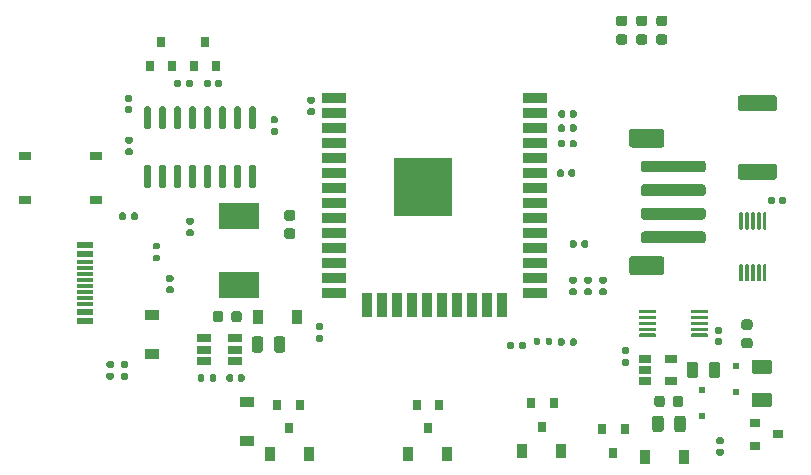
<source format=gtp>
G04 #@! TF.GenerationSoftware,KiCad,Pcbnew,(5.1.9)-1*
G04 #@! TF.CreationDate,2021-06-19T22:35:00+01:00*
G04 #@! TF.ProjectId,garden,67617264-656e-42e6-9b69-6361645f7063,rev?*
G04 #@! TF.SameCoordinates,Original*
G04 #@! TF.FileFunction,Paste,Top*
G04 #@! TF.FilePolarity,Positive*
%FSLAX46Y46*%
G04 Gerber Fmt 4.6, Leading zero omitted, Abs format (unit mm)*
G04 Created by KiCad (PCBNEW (5.1.9)-1) date 2021-06-19 22:35:00*
%MOMM*%
%LPD*%
G01*
G04 APERTURE LIST*
%ADD10R,2.000000X0.900000*%
%ADD11R,0.900000X2.000000*%
%ADD12R,5.000000X5.000000*%
%ADD13R,1.220000X0.650000*%
%ADD14R,1.200000X0.900000*%
%ADD15R,0.900000X1.200000*%
%ADD16R,1.450000X0.600000*%
%ADD17R,1.450000X0.300000*%
%ADD18R,3.500000X2.200000*%
%ADD19R,0.800000X0.900000*%
%ADD20R,0.900000X0.800000*%
%ADD21R,1.060000X0.650000*%
%ADD22R,0.500000X0.500000*%
%ADD23R,1.000000X0.750000*%
G04 APERTURE END LIST*
G36*
G01*
X108956250Y-51150000D02*
X108443750Y-51150000D01*
G75*
G02*
X108225000Y-50931250I0J218750D01*
G01*
X108225000Y-50493750D01*
G75*
G02*
X108443750Y-50275000I218750J0D01*
G01*
X108956250Y-50275000D01*
G75*
G02*
X109175000Y-50493750I0J-218750D01*
G01*
X109175000Y-50931250D01*
G75*
G02*
X108956250Y-51150000I-218750J0D01*
G01*
G37*
G36*
G01*
X108956250Y-52725000D02*
X108443750Y-52725000D01*
G75*
G02*
X108225000Y-52506250I0J218750D01*
G01*
X108225000Y-52068750D01*
G75*
G02*
X108443750Y-51850000I218750J0D01*
G01*
X108956250Y-51850000D01*
G75*
G02*
X109175000Y-52068750I0J-218750D01*
G01*
X109175000Y-52506250D01*
G75*
G02*
X108956250Y-52725000I-218750J0D01*
G01*
G37*
D10*
X99686000Y-57277000D03*
X99686000Y-58547000D03*
X99686000Y-59817000D03*
X99686000Y-61087000D03*
X99686000Y-62357000D03*
X99686000Y-63627000D03*
X99686000Y-64897000D03*
X99686000Y-66167000D03*
X99686000Y-67437000D03*
X99686000Y-68707000D03*
X99686000Y-69977000D03*
X99686000Y-71247000D03*
X99686000Y-72517000D03*
X99686000Y-73787000D03*
D11*
X96901000Y-74787000D03*
X95631000Y-74787000D03*
X94361000Y-74787000D03*
X93091000Y-74787000D03*
X91821000Y-74787000D03*
X90551000Y-74787000D03*
X89281000Y-74787000D03*
X88011000Y-74787000D03*
X86741000Y-74787000D03*
X85471000Y-74787000D03*
D10*
X82686000Y-73787000D03*
X82686000Y-72517000D03*
X82686000Y-71247000D03*
X82686000Y-69977000D03*
X82686000Y-68707000D03*
X82686000Y-67437000D03*
X82686000Y-66167000D03*
X82686000Y-64897000D03*
X82686000Y-63627000D03*
X82686000Y-62357000D03*
X82686000Y-61087000D03*
X82686000Y-59817000D03*
X82686000Y-58547000D03*
X82686000Y-57277000D03*
D12*
X90186000Y-64777000D03*
G36*
G01*
X65077500Y-57940000D02*
X65422500Y-57940000D01*
G75*
G02*
X65570000Y-58087500I0J-147500D01*
G01*
X65570000Y-58382500D01*
G75*
G02*
X65422500Y-58530000I-147500J0D01*
G01*
X65077500Y-58530000D01*
G75*
G02*
X64930000Y-58382500I0J147500D01*
G01*
X64930000Y-58087500D01*
G75*
G02*
X65077500Y-57940000I147500J0D01*
G01*
G37*
G36*
G01*
X65077500Y-56970000D02*
X65422500Y-56970000D01*
G75*
G02*
X65570000Y-57117500I0J-147500D01*
G01*
X65570000Y-57412500D01*
G75*
G02*
X65422500Y-57560000I-147500J0D01*
G01*
X65077500Y-57560000D01*
G75*
G02*
X64930000Y-57412500I0J147500D01*
G01*
X64930000Y-57117500D01*
G75*
G02*
X65077500Y-56970000I147500J0D01*
G01*
G37*
G36*
G01*
X77550000Y-78556250D02*
X77550000Y-77643750D01*
G75*
G02*
X77793750Y-77400000I243750J0D01*
G01*
X78281250Y-77400000D01*
G75*
G02*
X78525000Y-77643750I0J-243750D01*
G01*
X78525000Y-78556250D01*
G75*
G02*
X78281250Y-78800000I-243750J0D01*
G01*
X77793750Y-78800000D01*
G75*
G02*
X77550000Y-78556250I0J243750D01*
G01*
G37*
G36*
G01*
X75675000Y-78556250D02*
X75675000Y-77643750D01*
G75*
G02*
X75918750Y-77400000I243750J0D01*
G01*
X76406250Y-77400000D01*
G75*
G02*
X76650000Y-77643750I0J-243750D01*
G01*
X76650000Y-78556250D01*
G75*
G02*
X76406250Y-78800000I-243750J0D01*
G01*
X75918750Y-78800000D01*
G75*
G02*
X75675000Y-78556250I0J243750D01*
G01*
G37*
G36*
G01*
X74110000Y-80777500D02*
X74110000Y-81122500D01*
G75*
G02*
X73962500Y-81270000I-147500J0D01*
G01*
X73667500Y-81270000D01*
G75*
G02*
X73520000Y-81122500I0J147500D01*
G01*
X73520000Y-80777500D01*
G75*
G02*
X73667500Y-80630000I147500J0D01*
G01*
X73962500Y-80630000D01*
G75*
G02*
X74110000Y-80777500I0J-147500D01*
G01*
G37*
G36*
G01*
X75080000Y-80777500D02*
X75080000Y-81122500D01*
G75*
G02*
X74932500Y-81270000I-147500J0D01*
G01*
X74637500Y-81270000D01*
G75*
G02*
X74490000Y-81122500I0J147500D01*
G01*
X74490000Y-80777500D01*
G75*
G02*
X74637500Y-80630000I147500J0D01*
G01*
X74932500Y-80630000D01*
G75*
G02*
X75080000Y-80777500I0J-147500D01*
G01*
G37*
G36*
G01*
X73950000Y-76006250D02*
X73950000Y-75493750D01*
G75*
G02*
X74168750Y-75275000I218750J0D01*
G01*
X74606250Y-75275000D01*
G75*
G02*
X74825000Y-75493750I0J-218750D01*
G01*
X74825000Y-76006250D01*
G75*
G02*
X74606250Y-76225000I-218750J0D01*
G01*
X74168750Y-76225000D01*
G75*
G02*
X73950000Y-76006250I0J218750D01*
G01*
G37*
G36*
G01*
X72375000Y-76006250D02*
X72375000Y-75493750D01*
G75*
G02*
X72593750Y-75275000I218750J0D01*
G01*
X73031250Y-75275000D01*
G75*
G02*
X73250000Y-75493750I0J-218750D01*
G01*
X73250000Y-76006250D01*
G75*
G02*
X73031250Y-76225000I-218750J0D01*
G01*
X72593750Y-76225000D01*
G75*
G02*
X72375000Y-76006250I0J218750D01*
G01*
G37*
D13*
X74260000Y-77600000D03*
X74260000Y-78550000D03*
X74260000Y-79500000D03*
X71640000Y-79500000D03*
X71640000Y-78550000D03*
X71640000Y-77600000D03*
G36*
G01*
X72140000Y-81135000D02*
X72140000Y-80765000D01*
G75*
G02*
X72275000Y-80630000I135000J0D01*
G01*
X72545000Y-80630000D01*
G75*
G02*
X72680000Y-80765000I0J-135000D01*
G01*
X72680000Y-81135000D01*
G75*
G02*
X72545000Y-81270000I-135000J0D01*
G01*
X72275000Y-81270000D01*
G75*
G02*
X72140000Y-81135000I0J135000D01*
G01*
G37*
G36*
G01*
X71120000Y-81135000D02*
X71120000Y-80765000D01*
G75*
G02*
X71255000Y-80630000I135000J0D01*
G01*
X71525000Y-80630000D01*
G75*
G02*
X71660000Y-80765000I0J-135000D01*
G01*
X71660000Y-81135000D01*
G75*
G02*
X71525000Y-81270000I-135000J0D01*
G01*
X71255000Y-81270000D01*
G75*
G02*
X71120000Y-81135000I0J135000D01*
G01*
G37*
D14*
X67200000Y-75650000D03*
X67200000Y-78950000D03*
X75300000Y-86250000D03*
X75300000Y-82950000D03*
D15*
X79550000Y-75800000D03*
X76250000Y-75800000D03*
G36*
G01*
X68577500Y-73190000D02*
X68922500Y-73190000D01*
G75*
G02*
X69070000Y-73337500I0J-147500D01*
G01*
X69070000Y-73632500D01*
G75*
G02*
X68922500Y-73780000I-147500J0D01*
G01*
X68577500Y-73780000D01*
G75*
G02*
X68430000Y-73632500I0J147500D01*
G01*
X68430000Y-73337500D01*
G75*
G02*
X68577500Y-73190000I147500J0D01*
G01*
G37*
G36*
G01*
X68577500Y-72220000D02*
X68922500Y-72220000D01*
G75*
G02*
X69070000Y-72367500I0J-147500D01*
G01*
X69070000Y-72662500D01*
G75*
G02*
X68922500Y-72810000I-147500J0D01*
G01*
X68577500Y-72810000D01*
G75*
G02*
X68430000Y-72662500I0J147500D01*
G01*
X68430000Y-72367500D01*
G75*
G02*
X68577500Y-72220000I147500J0D01*
G01*
G37*
D16*
X61545000Y-76148000D03*
X61545000Y-75348000D03*
X61545000Y-70448000D03*
X61545000Y-69648000D03*
X61545000Y-69648000D03*
X61545000Y-70448000D03*
X61545000Y-75348000D03*
X61545000Y-76148000D03*
D17*
X61545000Y-71148000D03*
X61545000Y-71648000D03*
X61545000Y-72148000D03*
X61545000Y-73148000D03*
X61545000Y-73648000D03*
X61545000Y-74148000D03*
X61545000Y-74648000D03*
X61545000Y-72648000D03*
D18*
X74600000Y-67200000D03*
X74600000Y-73100000D03*
G36*
G01*
X78650000Y-68275000D02*
X79150000Y-68275000D01*
G75*
G02*
X79375000Y-68500000I0J-225000D01*
G01*
X79375000Y-68950000D01*
G75*
G02*
X79150000Y-69175000I-225000J0D01*
G01*
X78650000Y-69175000D01*
G75*
G02*
X78425000Y-68950000I0J225000D01*
G01*
X78425000Y-68500000D01*
G75*
G02*
X78650000Y-68275000I225000J0D01*
G01*
G37*
G36*
G01*
X78650000Y-66725000D02*
X79150000Y-66725000D01*
G75*
G02*
X79375000Y-66950000I0J-225000D01*
G01*
X79375000Y-67400000D01*
G75*
G02*
X79150000Y-67625000I-225000J0D01*
G01*
X78650000Y-67625000D01*
G75*
G02*
X78425000Y-67400000I0J225000D01*
G01*
X78425000Y-66950000D01*
G75*
G02*
X78650000Y-66725000I225000J0D01*
G01*
G37*
D19*
X100284000Y-85072000D03*
X99334000Y-83072000D03*
X101234000Y-83072000D03*
G36*
G01*
X81215000Y-77340000D02*
X81585000Y-77340000D01*
G75*
G02*
X81720000Y-77475000I0J-135000D01*
G01*
X81720000Y-77745000D01*
G75*
G02*
X81585000Y-77880000I-135000J0D01*
G01*
X81215000Y-77880000D01*
G75*
G02*
X81080000Y-77745000I0J135000D01*
G01*
X81080000Y-77475000D01*
G75*
G02*
X81215000Y-77340000I135000J0D01*
G01*
G37*
G36*
G01*
X81215000Y-76320000D02*
X81585000Y-76320000D01*
G75*
G02*
X81720000Y-76455000I0J-135000D01*
G01*
X81720000Y-76725000D01*
G75*
G02*
X81585000Y-76860000I-135000J0D01*
G01*
X81215000Y-76860000D01*
G75*
G02*
X81080000Y-76725000I0J135000D01*
G01*
X81080000Y-76455000D01*
G75*
G02*
X81215000Y-76320000I135000J0D01*
G01*
G37*
G36*
G01*
X97860000Y-78015000D02*
X97860000Y-78385000D01*
G75*
G02*
X97725000Y-78520000I-135000J0D01*
G01*
X97455000Y-78520000D01*
G75*
G02*
X97320000Y-78385000I0J135000D01*
G01*
X97320000Y-78015000D01*
G75*
G02*
X97455000Y-77880000I135000J0D01*
G01*
X97725000Y-77880000D01*
G75*
G02*
X97860000Y-78015000I0J-135000D01*
G01*
G37*
G36*
G01*
X98880000Y-78015000D02*
X98880000Y-78385000D01*
G75*
G02*
X98745000Y-78520000I-135000J0D01*
G01*
X98475000Y-78520000D01*
G75*
G02*
X98340000Y-78385000I0J135000D01*
G01*
X98340000Y-78015000D01*
G75*
G02*
X98475000Y-77880000I135000J0D01*
G01*
X98745000Y-77880000D01*
G75*
G02*
X98880000Y-78015000I0J-135000D01*
G01*
G37*
X78800000Y-85200000D03*
X77850000Y-83200000D03*
X79750000Y-83200000D03*
X90600000Y-85200000D03*
X89650000Y-83200000D03*
X91550000Y-83200000D03*
D15*
X77250000Y-87400000D03*
X80550000Y-87400000D03*
X88950000Y-87400000D03*
X92250000Y-87400000D03*
G36*
G01*
X102640000Y-78085000D02*
X102640000Y-77715000D01*
G75*
G02*
X102775000Y-77580000I135000J0D01*
G01*
X103045000Y-77580000D01*
G75*
G02*
X103180000Y-77715000I0J-135000D01*
G01*
X103180000Y-78085000D01*
G75*
G02*
X103045000Y-78220000I-135000J0D01*
G01*
X102775000Y-78220000D01*
G75*
G02*
X102640000Y-78085000I0J135000D01*
G01*
G37*
G36*
G01*
X101620000Y-78085000D02*
X101620000Y-77715000D01*
G75*
G02*
X101755000Y-77580000I135000J0D01*
G01*
X102025000Y-77580000D01*
G75*
G02*
X102160000Y-77715000I0J-135000D01*
G01*
X102160000Y-78085000D01*
G75*
G02*
X102025000Y-78220000I-135000J0D01*
G01*
X101755000Y-78220000D01*
G75*
G02*
X101620000Y-78085000I0J135000D01*
G01*
G37*
D19*
X106300000Y-87300000D03*
X105350000Y-85300000D03*
X107250000Y-85300000D03*
G36*
G01*
X100090000Y-77666000D02*
X100090000Y-78036000D01*
G75*
G02*
X99955000Y-78171000I-135000J0D01*
G01*
X99685000Y-78171000D01*
G75*
G02*
X99550000Y-78036000I0J135000D01*
G01*
X99550000Y-77666000D01*
G75*
G02*
X99685000Y-77531000I135000J0D01*
G01*
X99955000Y-77531000D01*
G75*
G02*
X100090000Y-77666000I0J-135000D01*
G01*
G37*
G36*
G01*
X101110000Y-77666000D02*
X101110000Y-78036000D01*
G75*
G02*
X100975000Y-78171000I-135000J0D01*
G01*
X100705000Y-78171000D01*
G75*
G02*
X100570000Y-78036000I0J135000D01*
G01*
X100570000Y-77666000D01*
G75*
G02*
X100705000Y-77531000I135000J0D01*
G01*
X100975000Y-77531000D01*
G75*
G02*
X101110000Y-77666000I0J-135000D01*
G01*
G37*
G36*
G01*
X113469000Y-79807750D02*
X113469000Y-80720250D01*
G75*
G02*
X113225250Y-80964000I-243750J0D01*
G01*
X112737750Y-80964000D01*
G75*
G02*
X112494000Y-80720250I0J243750D01*
G01*
X112494000Y-79807750D01*
G75*
G02*
X112737750Y-79564000I243750J0D01*
G01*
X113225250Y-79564000D01*
G75*
G02*
X113469000Y-79807750I0J-243750D01*
G01*
G37*
G36*
G01*
X115344000Y-79807750D02*
X115344000Y-80720250D01*
G75*
G02*
X115100250Y-80964000I-243750J0D01*
G01*
X114612750Y-80964000D01*
G75*
G02*
X114369000Y-80720250I0J243750D01*
G01*
X114369000Y-79807750D01*
G75*
G02*
X114612750Y-79564000I243750J0D01*
G01*
X115100250Y-79564000D01*
G75*
G02*
X115344000Y-79807750I0J-243750D01*
G01*
G37*
D20*
X120253000Y-85725000D03*
X118253000Y-86675000D03*
X118253000Y-84775000D03*
G36*
G01*
X67415000Y-70540000D02*
X67785000Y-70540000D01*
G75*
G02*
X67920000Y-70675000I0J-135000D01*
G01*
X67920000Y-70945000D01*
G75*
G02*
X67785000Y-71080000I-135000J0D01*
G01*
X67415000Y-71080000D01*
G75*
G02*
X67280000Y-70945000I0J135000D01*
G01*
X67280000Y-70675000D01*
G75*
G02*
X67415000Y-70540000I135000J0D01*
G01*
G37*
G36*
G01*
X67415000Y-69520000D02*
X67785000Y-69520000D01*
G75*
G02*
X67920000Y-69655000I0J-135000D01*
G01*
X67920000Y-69925000D01*
G75*
G02*
X67785000Y-70060000I-135000J0D01*
G01*
X67415000Y-70060000D01*
G75*
G02*
X67280000Y-69925000I0J135000D01*
G01*
X67280000Y-69655000D01*
G75*
G02*
X67415000Y-69520000I135000J0D01*
G01*
G37*
G36*
G01*
X65490000Y-67435000D02*
X65490000Y-67065000D01*
G75*
G02*
X65625000Y-66930000I135000J0D01*
G01*
X65895000Y-66930000D01*
G75*
G02*
X66030000Y-67065000I0J-135000D01*
G01*
X66030000Y-67435000D01*
G75*
G02*
X65895000Y-67570000I-135000J0D01*
G01*
X65625000Y-67570000D01*
G75*
G02*
X65490000Y-67435000I0J135000D01*
G01*
G37*
G36*
G01*
X64470000Y-67435000D02*
X64470000Y-67065000D01*
G75*
G02*
X64605000Y-66930000I135000J0D01*
G01*
X64875000Y-66930000D01*
G75*
G02*
X65010000Y-67065000I0J-135000D01*
G01*
X65010000Y-67435000D01*
G75*
G02*
X64875000Y-67570000I-135000J0D01*
G01*
X64605000Y-67570000D01*
G75*
G02*
X64470000Y-67435000I0J135000D01*
G01*
G37*
G36*
G01*
X67005000Y-59900000D02*
X66705000Y-59900000D01*
G75*
G02*
X66555000Y-59750000I0J150000D01*
G01*
X66555000Y-58100000D01*
G75*
G02*
X66705000Y-57950000I150000J0D01*
G01*
X67005000Y-57950000D01*
G75*
G02*
X67155000Y-58100000I0J-150000D01*
G01*
X67155000Y-59750000D01*
G75*
G02*
X67005000Y-59900000I-150000J0D01*
G01*
G37*
G36*
G01*
X68275000Y-59900000D02*
X67975000Y-59900000D01*
G75*
G02*
X67825000Y-59750000I0J150000D01*
G01*
X67825000Y-58100000D01*
G75*
G02*
X67975000Y-57950000I150000J0D01*
G01*
X68275000Y-57950000D01*
G75*
G02*
X68425000Y-58100000I0J-150000D01*
G01*
X68425000Y-59750000D01*
G75*
G02*
X68275000Y-59900000I-150000J0D01*
G01*
G37*
G36*
G01*
X69545000Y-59900000D02*
X69245000Y-59900000D01*
G75*
G02*
X69095000Y-59750000I0J150000D01*
G01*
X69095000Y-58100000D01*
G75*
G02*
X69245000Y-57950000I150000J0D01*
G01*
X69545000Y-57950000D01*
G75*
G02*
X69695000Y-58100000I0J-150000D01*
G01*
X69695000Y-59750000D01*
G75*
G02*
X69545000Y-59900000I-150000J0D01*
G01*
G37*
G36*
G01*
X70815000Y-59900000D02*
X70515000Y-59900000D01*
G75*
G02*
X70365000Y-59750000I0J150000D01*
G01*
X70365000Y-58100000D01*
G75*
G02*
X70515000Y-57950000I150000J0D01*
G01*
X70815000Y-57950000D01*
G75*
G02*
X70965000Y-58100000I0J-150000D01*
G01*
X70965000Y-59750000D01*
G75*
G02*
X70815000Y-59900000I-150000J0D01*
G01*
G37*
G36*
G01*
X72085000Y-59900000D02*
X71785000Y-59900000D01*
G75*
G02*
X71635000Y-59750000I0J150000D01*
G01*
X71635000Y-58100000D01*
G75*
G02*
X71785000Y-57950000I150000J0D01*
G01*
X72085000Y-57950000D01*
G75*
G02*
X72235000Y-58100000I0J-150000D01*
G01*
X72235000Y-59750000D01*
G75*
G02*
X72085000Y-59900000I-150000J0D01*
G01*
G37*
G36*
G01*
X73355000Y-59900000D02*
X73055000Y-59900000D01*
G75*
G02*
X72905000Y-59750000I0J150000D01*
G01*
X72905000Y-58100000D01*
G75*
G02*
X73055000Y-57950000I150000J0D01*
G01*
X73355000Y-57950000D01*
G75*
G02*
X73505000Y-58100000I0J-150000D01*
G01*
X73505000Y-59750000D01*
G75*
G02*
X73355000Y-59900000I-150000J0D01*
G01*
G37*
G36*
G01*
X74625000Y-59900000D02*
X74325000Y-59900000D01*
G75*
G02*
X74175000Y-59750000I0J150000D01*
G01*
X74175000Y-58100000D01*
G75*
G02*
X74325000Y-57950000I150000J0D01*
G01*
X74625000Y-57950000D01*
G75*
G02*
X74775000Y-58100000I0J-150000D01*
G01*
X74775000Y-59750000D01*
G75*
G02*
X74625000Y-59900000I-150000J0D01*
G01*
G37*
G36*
G01*
X75895000Y-59900000D02*
X75595000Y-59900000D01*
G75*
G02*
X75445000Y-59750000I0J150000D01*
G01*
X75445000Y-58100000D01*
G75*
G02*
X75595000Y-57950000I150000J0D01*
G01*
X75895000Y-57950000D01*
G75*
G02*
X76045000Y-58100000I0J-150000D01*
G01*
X76045000Y-59750000D01*
G75*
G02*
X75895000Y-59900000I-150000J0D01*
G01*
G37*
G36*
G01*
X75895000Y-64850000D02*
X75595000Y-64850000D01*
G75*
G02*
X75445000Y-64700000I0J150000D01*
G01*
X75445000Y-63050000D01*
G75*
G02*
X75595000Y-62900000I150000J0D01*
G01*
X75895000Y-62900000D01*
G75*
G02*
X76045000Y-63050000I0J-150000D01*
G01*
X76045000Y-64700000D01*
G75*
G02*
X75895000Y-64850000I-150000J0D01*
G01*
G37*
G36*
G01*
X74625000Y-64850000D02*
X74325000Y-64850000D01*
G75*
G02*
X74175000Y-64700000I0J150000D01*
G01*
X74175000Y-63050000D01*
G75*
G02*
X74325000Y-62900000I150000J0D01*
G01*
X74625000Y-62900000D01*
G75*
G02*
X74775000Y-63050000I0J-150000D01*
G01*
X74775000Y-64700000D01*
G75*
G02*
X74625000Y-64850000I-150000J0D01*
G01*
G37*
G36*
G01*
X73355000Y-64850000D02*
X73055000Y-64850000D01*
G75*
G02*
X72905000Y-64700000I0J150000D01*
G01*
X72905000Y-63050000D01*
G75*
G02*
X73055000Y-62900000I150000J0D01*
G01*
X73355000Y-62900000D01*
G75*
G02*
X73505000Y-63050000I0J-150000D01*
G01*
X73505000Y-64700000D01*
G75*
G02*
X73355000Y-64850000I-150000J0D01*
G01*
G37*
G36*
G01*
X72085000Y-64850000D02*
X71785000Y-64850000D01*
G75*
G02*
X71635000Y-64700000I0J150000D01*
G01*
X71635000Y-63050000D01*
G75*
G02*
X71785000Y-62900000I150000J0D01*
G01*
X72085000Y-62900000D01*
G75*
G02*
X72235000Y-63050000I0J-150000D01*
G01*
X72235000Y-64700000D01*
G75*
G02*
X72085000Y-64850000I-150000J0D01*
G01*
G37*
G36*
G01*
X70815000Y-64850000D02*
X70515000Y-64850000D01*
G75*
G02*
X70365000Y-64700000I0J150000D01*
G01*
X70365000Y-63050000D01*
G75*
G02*
X70515000Y-62900000I150000J0D01*
G01*
X70815000Y-62900000D01*
G75*
G02*
X70965000Y-63050000I0J-150000D01*
G01*
X70965000Y-64700000D01*
G75*
G02*
X70815000Y-64850000I-150000J0D01*
G01*
G37*
G36*
G01*
X69545000Y-64850000D02*
X69245000Y-64850000D01*
G75*
G02*
X69095000Y-64700000I0J150000D01*
G01*
X69095000Y-63050000D01*
G75*
G02*
X69245000Y-62900000I150000J0D01*
G01*
X69545000Y-62900000D01*
G75*
G02*
X69695000Y-63050000I0J-150000D01*
G01*
X69695000Y-64700000D01*
G75*
G02*
X69545000Y-64850000I-150000J0D01*
G01*
G37*
G36*
G01*
X68275000Y-64850000D02*
X67975000Y-64850000D01*
G75*
G02*
X67825000Y-64700000I0J150000D01*
G01*
X67825000Y-63050000D01*
G75*
G02*
X67975000Y-62900000I150000J0D01*
G01*
X68275000Y-62900000D01*
G75*
G02*
X68425000Y-63050000I0J-150000D01*
G01*
X68425000Y-64700000D01*
G75*
G02*
X68275000Y-64850000I-150000J0D01*
G01*
G37*
G36*
G01*
X67005000Y-64850000D02*
X66705000Y-64850000D01*
G75*
G02*
X66555000Y-64700000I0J150000D01*
G01*
X66555000Y-63050000D01*
G75*
G02*
X66705000Y-62900000I150000J0D01*
G01*
X67005000Y-62900000D01*
G75*
G02*
X67155000Y-63050000I0J-150000D01*
G01*
X67155000Y-64700000D01*
G75*
G02*
X67005000Y-64850000I-150000J0D01*
G01*
G37*
G36*
G01*
X112854000Y-75402000D02*
X112854000Y-75252000D01*
G75*
G02*
X112929000Y-75177000I75000J0D01*
G01*
X114229000Y-75177000D01*
G75*
G02*
X114304000Y-75252000I0J-75000D01*
G01*
X114304000Y-75402000D01*
G75*
G02*
X114229000Y-75477000I-75000J0D01*
G01*
X112929000Y-75477000D01*
G75*
G02*
X112854000Y-75402000I0J75000D01*
G01*
G37*
G36*
G01*
X112854000Y-75902000D02*
X112854000Y-75752000D01*
G75*
G02*
X112929000Y-75677000I75000J0D01*
G01*
X114229000Y-75677000D01*
G75*
G02*
X114304000Y-75752000I0J-75000D01*
G01*
X114304000Y-75902000D01*
G75*
G02*
X114229000Y-75977000I-75000J0D01*
G01*
X112929000Y-75977000D01*
G75*
G02*
X112854000Y-75902000I0J75000D01*
G01*
G37*
G36*
G01*
X112854000Y-76402000D02*
X112854000Y-76252000D01*
G75*
G02*
X112929000Y-76177000I75000J0D01*
G01*
X114229000Y-76177000D01*
G75*
G02*
X114304000Y-76252000I0J-75000D01*
G01*
X114304000Y-76402000D01*
G75*
G02*
X114229000Y-76477000I-75000J0D01*
G01*
X112929000Y-76477000D01*
G75*
G02*
X112854000Y-76402000I0J75000D01*
G01*
G37*
G36*
G01*
X112854000Y-76902000D02*
X112854000Y-76752000D01*
G75*
G02*
X112929000Y-76677000I75000J0D01*
G01*
X114229000Y-76677000D01*
G75*
G02*
X114304000Y-76752000I0J-75000D01*
G01*
X114304000Y-76902000D01*
G75*
G02*
X114229000Y-76977000I-75000J0D01*
G01*
X112929000Y-76977000D01*
G75*
G02*
X112854000Y-76902000I0J75000D01*
G01*
G37*
G36*
G01*
X112854000Y-77402000D02*
X112854000Y-77252000D01*
G75*
G02*
X112929000Y-77177000I75000J0D01*
G01*
X114229000Y-77177000D01*
G75*
G02*
X114304000Y-77252000I0J-75000D01*
G01*
X114304000Y-77402000D01*
G75*
G02*
X114229000Y-77477000I-75000J0D01*
G01*
X112929000Y-77477000D01*
G75*
G02*
X112854000Y-77402000I0J75000D01*
G01*
G37*
G36*
G01*
X108454000Y-77402000D02*
X108454000Y-77252000D01*
G75*
G02*
X108529000Y-77177000I75000J0D01*
G01*
X109829000Y-77177000D01*
G75*
G02*
X109904000Y-77252000I0J-75000D01*
G01*
X109904000Y-77402000D01*
G75*
G02*
X109829000Y-77477000I-75000J0D01*
G01*
X108529000Y-77477000D01*
G75*
G02*
X108454000Y-77402000I0J75000D01*
G01*
G37*
G36*
G01*
X108454000Y-76902000D02*
X108454000Y-76752000D01*
G75*
G02*
X108529000Y-76677000I75000J0D01*
G01*
X109829000Y-76677000D01*
G75*
G02*
X109904000Y-76752000I0J-75000D01*
G01*
X109904000Y-76902000D01*
G75*
G02*
X109829000Y-76977000I-75000J0D01*
G01*
X108529000Y-76977000D01*
G75*
G02*
X108454000Y-76902000I0J75000D01*
G01*
G37*
G36*
G01*
X108454000Y-76402000D02*
X108454000Y-76252000D01*
G75*
G02*
X108529000Y-76177000I75000J0D01*
G01*
X109829000Y-76177000D01*
G75*
G02*
X109904000Y-76252000I0J-75000D01*
G01*
X109904000Y-76402000D01*
G75*
G02*
X109829000Y-76477000I-75000J0D01*
G01*
X108529000Y-76477000D01*
G75*
G02*
X108454000Y-76402000I0J75000D01*
G01*
G37*
G36*
G01*
X108454000Y-75902000D02*
X108454000Y-75752000D01*
G75*
G02*
X108529000Y-75677000I75000J0D01*
G01*
X109829000Y-75677000D01*
G75*
G02*
X109904000Y-75752000I0J-75000D01*
G01*
X109904000Y-75902000D01*
G75*
G02*
X109829000Y-75977000I-75000J0D01*
G01*
X108529000Y-75977000D01*
G75*
G02*
X108454000Y-75902000I0J75000D01*
G01*
G37*
G36*
G01*
X108454000Y-75402000D02*
X108454000Y-75252000D01*
G75*
G02*
X108529000Y-75177000I75000J0D01*
G01*
X109829000Y-75177000D01*
G75*
G02*
X109904000Y-75252000I0J-75000D01*
G01*
X109904000Y-75402000D01*
G75*
G02*
X109829000Y-75477000I-75000J0D01*
G01*
X108529000Y-75477000D01*
G75*
G02*
X108454000Y-75402000I0J75000D01*
G01*
G37*
G36*
G01*
X119916001Y-58354000D02*
X117065999Y-58354000D01*
G75*
G02*
X116816000Y-58104001I0J249999D01*
G01*
X116816000Y-57253999D01*
G75*
G02*
X117065999Y-57004000I249999J0D01*
G01*
X119916001Y-57004000D01*
G75*
G02*
X120166000Y-57253999I0J-249999D01*
G01*
X120166000Y-58104001D01*
G75*
G02*
X119916001Y-58354000I-249999J0D01*
G01*
G37*
G36*
G01*
X119916001Y-64154000D02*
X117065999Y-64154000D01*
G75*
G02*
X116816000Y-63904001I0J249999D01*
G01*
X116816000Y-63053999D01*
G75*
G02*
X117065999Y-62804000I249999J0D01*
G01*
X119916001Y-62804000D01*
G75*
G02*
X120166000Y-63053999I0J-249999D01*
G01*
X120166000Y-63904001D01*
G75*
G02*
X119916001Y-64154000I-249999J0D01*
G01*
G37*
G36*
G01*
X117185000Y-68375000D02*
X117035000Y-68375000D01*
G75*
G02*
X116960000Y-68300000I0J75000D01*
G01*
X116960000Y-67000000D01*
G75*
G02*
X117035000Y-66925000I75000J0D01*
G01*
X117185000Y-66925000D01*
G75*
G02*
X117260000Y-67000000I0J-75000D01*
G01*
X117260000Y-68300000D01*
G75*
G02*
X117185000Y-68375000I-75000J0D01*
G01*
G37*
G36*
G01*
X117685000Y-68375000D02*
X117535000Y-68375000D01*
G75*
G02*
X117460000Y-68300000I0J75000D01*
G01*
X117460000Y-67000000D01*
G75*
G02*
X117535000Y-66925000I75000J0D01*
G01*
X117685000Y-66925000D01*
G75*
G02*
X117760000Y-67000000I0J-75000D01*
G01*
X117760000Y-68300000D01*
G75*
G02*
X117685000Y-68375000I-75000J0D01*
G01*
G37*
G36*
G01*
X118185000Y-68375000D02*
X118035000Y-68375000D01*
G75*
G02*
X117960000Y-68300000I0J75000D01*
G01*
X117960000Y-67000000D01*
G75*
G02*
X118035000Y-66925000I75000J0D01*
G01*
X118185000Y-66925000D01*
G75*
G02*
X118260000Y-67000000I0J-75000D01*
G01*
X118260000Y-68300000D01*
G75*
G02*
X118185000Y-68375000I-75000J0D01*
G01*
G37*
G36*
G01*
X118685000Y-68375000D02*
X118535000Y-68375000D01*
G75*
G02*
X118460000Y-68300000I0J75000D01*
G01*
X118460000Y-67000000D01*
G75*
G02*
X118535000Y-66925000I75000J0D01*
G01*
X118685000Y-66925000D01*
G75*
G02*
X118760000Y-67000000I0J-75000D01*
G01*
X118760000Y-68300000D01*
G75*
G02*
X118685000Y-68375000I-75000J0D01*
G01*
G37*
G36*
G01*
X119185000Y-68375000D02*
X119035000Y-68375000D01*
G75*
G02*
X118960000Y-68300000I0J75000D01*
G01*
X118960000Y-67000000D01*
G75*
G02*
X119035000Y-66925000I75000J0D01*
G01*
X119185000Y-66925000D01*
G75*
G02*
X119260000Y-67000000I0J-75000D01*
G01*
X119260000Y-68300000D01*
G75*
G02*
X119185000Y-68375000I-75000J0D01*
G01*
G37*
G36*
G01*
X119185000Y-72775000D02*
X119035000Y-72775000D01*
G75*
G02*
X118960000Y-72700000I0J75000D01*
G01*
X118960000Y-71400000D01*
G75*
G02*
X119035000Y-71325000I75000J0D01*
G01*
X119185000Y-71325000D01*
G75*
G02*
X119260000Y-71400000I0J-75000D01*
G01*
X119260000Y-72700000D01*
G75*
G02*
X119185000Y-72775000I-75000J0D01*
G01*
G37*
G36*
G01*
X118685000Y-72775000D02*
X118535000Y-72775000D01*
G75*
G02*
X118460000Y-72700000I0J75000D01*
G01*
X118460000Y-71400000D01*
G75*
G02*
X118535000Y-71325000I75000J0D01*
G01*
X118685000Y-71325000D01*
G75*
G02*
X118760000Y-71400000I0J-75000D01*
G01*
X118760000Y-72700000D01*
G75*
G02*
X118685000Y-72775000I-75000J0D01*
G01*
G37*
G36*
G01*
X118185000Y-72775000D02*
X118035000Y-72775000D01*
G75*
G02*
X117960000Y-72700000I0J75000D01*
G01*
X117960000Y-71400000D01*
G75*
G02*
X118035000Y-71325000I75000J0D01*
G01*
X118185000Y-71325000D01*
G75*
G02*
X118260000Y-71400000I0J-75000D01*
G01*
X118260000Y-72700000D01*
G75*
G02*
X118185000Y-72775000I-75000J0D01*
G01*
G37*
G36*
G01*
X117685000Y-72775000D02*
X117535000Y-72775000D01*
G75*
G02*
X117460000Y-72700000I0J75000D01*
G01*
X117460000Y-71400000D01*
G75*
G02*
X117535000Y-71325000I75000J0D01*
G01*
X117685000Y-71325000D01*
G75*
G02*
X117760000Y-71400000I0J-75000D01*
G01*
X117760000Y-72700000D01*
G75*
G02*
X117685000Y-72775000I-75000J0D01*
G01*
G37*
G36*
G01*
X117185000Y-72775000D02*
X117035000Y-72775000D01*
G75*
G02*
X116960000Y-72700000I0J75000D01*
G01*
X116960000Y-71400000D01*
G75*
G02*
X117035000Y-71325000I75000J0D01*
G01*
X117185000Y-71325000D01*
G75*
G02*
X117260000Y-71400000I0J-75000D01*
G01*
X117260000Y-72700000D01*
G75*
G02*
X117185000Y-72775000I-75000J0D01*
G01*
G37*
G36*
G01*
X102697500Y-73342000D02*
X103042500Y-73342000D01*
G75*
G02*
X103190000Y-73489500I0J-147500D01*
G01*
X103190000Y-73784500D01*
G75*
G02*
X103042500Y-73932000I-147500J0D01*
G01*
X102697500Y-73932000D01*
G75*
G02*
X102550000Y-73784500I0J147500D01*
G01*
X102550000Y-73489500D01*
G75*
G02*
X102697500Y-73342000I147500J0D01*
G01*
G37*
G36*
G01*
X102697500Y-72372000D02*
X103042500Y-72372000D01*
G75*
G02*
X103190000Y-72519500I0J-147500D01*
G01*
X103190000Y-72814500D01*
G75*
G02*
X103042500Y-72962000I-147500J0D01*
G01*
X102697500Y-72962000D01*
G75*
G02*
X102550000Y-72814500I0J147500D01*
G01*
X102550000Y-72519500D01*
G75*
G02*
X102697500Y-72372000I147500J0D01*
G01*
G37*
G36*
G01*
X105237500Y-73342000D02*
X105582500Y-73342000D01*
G75*
G02*
X105730000Y-73489500I0J-147500D01*
G01*
X105730000Y-73784500D01*
G75*
G02*
X105582500Y-73932000I-147500J0D01*
G01*
X105237500Y-73932000D01*
G75*
G02*
X105090000Y-73784500I0J147500D01*
G01*
X105090000Y-73489500D01*
G75*
G02*
X105237500Y-73342000I147500J0D01*
G01*
G37*
G36*
G01*
X105237500Y-72372000D02*
X105582500Y-72372000D01*
G75*
G02*
X105730000Y-72519500I0J-147500D01*
G01*
X105730000Y-72814500D01*
G75*
G02*
X105582500Y-72962000I-147500J0D01*
G01*
X105237500Y-72962000D01*
G75*
G02*
X105090000Y-72814500I0J147500D01*
G01*
X105090000Y-72519500D01*
G75*
G02*
X105237500Y-72372000I147500J0D01*
G01*
G37*
G36*
G01*
X103967500Y-73342000D02*
X104312500Y-73342000D01*
G75*
G02*
X104460000Y-73489500I0J-147500D01*
G01*
X104460000Y-73784500D01*
G75*
G02*
X104312500Y-73932000I-147500J0D01*
G01*
X103967500Y-73932000D01*
G75*
G02*
X103820000Y-73784500I0J147500D01*
G01*
X103820000Y-73489500D01*
G75*
G02*
X103967500Y-73342000I147500J0D01*
G01*
G37*
G36*
G01*
X103967500Y-72372000D02*
X104312500Y-72372000D01*
G75*
G02*
X104460000Y-72519500I0J-147500D01*
G01*
X104460000Y-72814500D01*
G75*
G02*
X104312500Y-72962000I-147500J0D01*
G01*
X103967500Y-72962000D01*
G75*
G02*
X103820000Y-72814500I0J147500D01*
G01*
X103820000Y-72519500D01*
G75*
G02*
X103967500Y-72372000I147500J0D01*
G01*
G37*
G36*
G01*
X115488500Y-86551000D02*
X115143500Y-86551000D01*
G75*
G02*
X114996000Y-86403500I0J147500D01*
G01*
X114996000Y-86108500D01*
G75*
G02*
X115143500Y-85961000I147500J0D01*
G01*
X115488500Y-85961000D01*
G75*
G02*
X115636000Y-86108500I0J-147500D01*
G01*
X115636000Y-86403500D01*
G75*
G02*
X115488500Y-86551000I-147500J0D01*
G01*
G37*
G36*
G01*
X115488500Y-87521000D02*
X115143500Y-87521000D01*
G75*
G02*
X114996000Y-87373500I0J147500D01*
G01*
X114996000Y-87078500D01*
G75*
G02*
X115143500Y-86931000I147500J0D01*
G01*
X115488500Y-86931000D01*
G75*
G02*
X115636000Y-87078500I0J-147500D01*
G01*
X115636000Y-87373500D01*
G75*
G02*
X115488500Y-87521000I-147500J0D01*
G01*
G37*
G36*
G01*
X107142500Y-79311000D02*
X107487500Y-79311000D01*
G75*
G02*
X107635000Y-79458500I0J-147500D01*
G01*
X107635000Y-79753500D01*
G75*
G02*
X107487500Y-79901000I-147500J0D01*
G01*
X107142500Y-79901000D01*
G75*
G02*
X106995000Y-79753500I0J147500D01*
G01*
X106995000Y-79458500D01*
G75*
G02*
X107142500Y-79311000I147500J0D01*
G01*
G37*
G36*
G01*
X107142500Y-78341000D02*
X107487500Y-78341000D01*
G75*
G02*
X107635000Y-78488500I0J-147500D01*
G01*
X107635000Y-78783500D01*
G75*
G02*
X107487500Y-78931000I-147500J0D01*
G01*
X107142500Y-78931000D01*
G75*
G02*
X106995000Y-78783500I0J147500D01*
G01*
X106995000Y-78488500D01*
G75*
G02*
X107142500Y-78341000I147500J0D01*
G01*
G37*
G36*
G01*
X103188000Y-69423500D02*
X103188000Y-69768500D01*
G75*
G02*
X103040500Y-69916000I-147500J0D01*
G01*
X102745500Y-69916000D01*
G75*
G02*
X102598000Y-69768500I0J147500D01*
G01*
X102598000Y-69423500D01*
G75*
G02*
X102745500Y-69276000I147500J0D01*
G01*
X103040500Y-69276000D01*
G75*
G02*
X103188000Y-69423500I0J-147500D01*
G01*
G37*
G36*
G01*
X104158000Y-69423500D02*
X104158000Y-69768500D01*
G75*
G02*
X104010500Y-69916000I-147500J0D01*
G01*
X103715500Y-69916000D01*
G75*
G02*
X103568000Y-69768500I0J147500D01*
G01*
X103568000Y-69423500D01*
G75*
G02*
X103715500Y-69276000I147500J0D01*
G01*
X104010500Y-69276000D01*
G75*
G02*
X104158000Y-69423500I0J-147500D01*
G01*
G37*
G36*
G01*
X80872500Y-57710000D02*
X80527500Y-57710000D01*
G75*
G02*
X80380000Y-57562500I0J147500D01*
G01*
X80380000Y-57267500D01*
G75*
G02*
X80527500Y-57120000I147500J0D01*
G01*
X80872500Y-57120000D01*
G75*
G02*
X81020000Y-57267500I0J-147500D01*
G01*
X81020000Y-57562500D01*
G75*
G02*
X80872500Y-57710000I-147500J0D01*
G01*
G37*
G36*
G01*
X80872500Y-58680000D02*
X80527500Y-58680000D01*
G75*
G02*
X80380000Y-58532500I0J147500D01*
G01*
X80380000Y-58237500D01*
G75*
G02*
X80527500Y-58090000I147500J0D01*
G01*
X80872500Y-58090000D01*
G75*
G02*
X81020000Y-58237500I0J-147500D01*
G01*
X81020000Y-58532500D01*
G75*
G02*
X80872500Y-58680000I-147500J0D01*
G01*
G37*
G36*
G01*
X110371000Y-61440000D02*
X107871000Y-61440000D01*
G75*
G02*
X107621000Y-61190000I0J250000D01*
G01*
X107621000Y-60090000D01*
G75*
G02*
X107871000Y-59840000I250000J0D01*
G01*
X110371000Y-59840000D01*
G75*
G02*
X110621000Y-60090000I0J-250000D01*
G01*
X110621000Y-61190000D01*
G75*
G02*
X110371000Y-61440000I-250000J0D01*
G01*
G37*
G36*
G01*
X110371000Y-72240000D02*
X107871000Y-72240000D01*
G75*
G02*
X107621000Y-71990000I0J250000D01*
G01*
X107621000Y-70890000D01*
G75*
G02*
X107871000Y-70640000I250000J0D01*
G01*
X110371000Y-70640000D01*
G75*
G02*
X110621000Y-70890000I0J-250000D01*
G01*
X110621000Y-71990000D01*
G75*
G02*
X110371000Y-72240000I-250000J0D01*
G01*
G37*
G36*
G01*
X113871000Y-63540000D02*
X108871000Y-63540000D01*
G75*
G02*
X108621000Y-63290000I0J250000D01*
G01*
X108621000Y-62790000D01*
G75*
G02*
X108871000Y-62540000I250000J0D01*
G01*
X113871000Y-62540000D01*
G75*
G02*
X114121000Y-62790000I0J-250000D01*
G01*
X114121000Y-63290000D01*
G75*
G02*
X113871000Y-63540000I-250000J0D01*
G01*
G37*
G36*
G01*
X113871000Y-65540000D02*
X108871000Y-65540000D01*
G75*
G02*
X108621000Y-65290000I0J250000D01*
G01*
X108621000Y-64790000D01*
G75*
G02*
X108871000Y-64540000I250000J0D01*
G01*
X113871000Y-64540000D01*
G75*
G02*
X114121000Y-64790000I0J-250000D01*
G01*
X114121000Y-65290000D01*
G75*
G02*
X113871000Y-65540000I-250000J0D01*
G01*
G37*
G36*
G01*
X113871000Y-67540000D02*
X108871000Y-67540000D01*
G75*
G02*
X108621000Y-67290000I0J250000D01*
G01*
X108621000Y-66790000D01*
G75*
G02*
X108871000Y-66540000I250000J0D01*
G01*
X113871000Y-66540000D01*
G75*
G02*
X114121000Y-66790000I0J-250000D01*
G01*
X114121000Y-67290000D01*
G75*
G02*
X113871000Y-67540000I-250000J0D01*
G01*
G37*
G36*
G01*
X113871000Y-69540000D02*
X108871000Y-69540000D01*
G75*
G02*
X108621000Y-69290000I0J250000D01*
G01*
X108621000Y-68790000D01*
G75*
G02*
X108871000Y-68540000I250000J0D01*
G01*
X113871000Y-68540000D01*
G75*
G02*
X114121000Y-68790000I0J-250000D01*
G01*
X114121000Y-69290000D01*
G75*
G02*
X113871000Y-69540000I-250000J0D01*
G01*
G37*
G36*
G01*
X110656250Y-51150000D02*
X110143750Y-51150000D01*
G75*
G02*
X109925000Y-50931250I0J218750D01*
G01*
X109925000Y-50493750D01*
G75*
G02*
X110143750Y-50275000I218750J0D01*
G01*
X110656250Y-50275000D01*
G75*
G02*
X110875000Y-50493750I0J-218750D01*
G01*
X110875000Y-50931250D01*
G75*
G02*
X110656250Y-51150000I-218750J0D01*
G01*
G37*
G36*
G01*
X110656250Y-52725000D02*
X110143750Y-52725000D01*
G75*
G02*
X109925000Y-52506250I0J218750D01*
G01*
X109925000Y-52068750D01*
G75*
G02*
X110143750Y-51850000I218750J0D01*
G01*
X110656250Y-51850000D01*
G75*
G02*
X110875000Y-52068750I0J-218750D01*
G01*
X110875000Y-52506250D01*
G75*
G02*
X110656250Y-52725000I-218750J0D01*
G01*
G37*
G36*
G01*
X102490000Y-63772500D02*
X102490000Y-63427500D01*
G75*
G02*
X102637500Y-63280000I147500J0D01*
G01*
X102932500Y-63280000D01*
G75*
G02*
X103080000Y-63427500I0J-147500D01*
G01*
X103080000Y-63772500D01*
G75*
G02*
X102932500Y-63920000I-147500J0D01*
G01*
X102637500Y-63920000D01*
G75*
G02*
X102490000Y-63772500I0J147500D01*
G01*
G37*
G36*
G01*
X101520000Y-63772500D02*
X101520000Y-63427500D01*
G75*
G02*
X101667500Y-63280000I147500J0D01*
G01*
X101962500Y-63280000D01*
G75*
G02*
X102110000Y-63427500I0J-147500D01*
G01*
X102110000Y-63772500D01*
G75*
G02*
X101962500Y-63920000I-147500J0D01*
G01*
X101667500Y-63920000D01*
G75*
G02*
X101520000Y-63772500I0J147500D01*
G01*
G37*
G36*
G01*
X102590000Y-59972500D02*
X102590000Y-59627500D01*
G75*
G02*
X102737500Y-59480000I147500J0D01*
G01*
X103032500Y-59480000D01*
G75*
G02*
X103180000Y-59627500I0J-147500D01*
G01*
X103180000Y-59972500D01*
G75*
G02*
X103032500Y-60120000I-147500J0D01*
G01*
X102737500Y-60120000D01*
G75*
G02*
X102590000Y-59972500I0J147500D01*
G01*
G37*
G36*
G01*
X101620000Y-59972500D02*
X101620000Y-59627500D01*
G75*
G02*
X101767500Y-59480000I147500J0D01*
G01*
X102062500Y-59480000D01*
G75*
G02*
X102210000Y-59627500I0J-147500D01*
G01*
X102210000Y-59972500D01*
G75*
G02*
X102062500Y-60120000I-147500J0D01*
G01*
X101767500Y-60120000D01*
G75*
G02*
X101620000Y-59972500I0J147500D01*
G01*
G37*
G36*
G01*
X102590000Y-58772500D02*
X102590000Y-58427500D01*
G75*
G02*
X102737500Y-58280000I147500J0D01*
G01*
X103032500Y-58280000D01*
G75*
G02*
X103180000Y-58427500I0J-147500D01*
G01*
X103180000Y-58772500D01*
G75*
G02*
X103032500Y-58920000I-147500J0D01*
G01*
X102737500Y-58920000D01*
G75*
G02*
X102590000Y-58772500I0J147500D01*
G01*
G37*
G36*
G01*
X101620000Y-58772500D02*
X101620000Y-58427500D01*
G75*
G02*
X101767500Y-58280000I147500J0D01*
G01*
X102062500Y-58280000D01*
G75*
G02*
X102210000Y-58427500I0J-147500D01*
G01*
X102210000Y-58772500D01*
G75*
G02*
X102062500Y-58920000I-147500J0D01*
G01*
X101767500Y-58920000D01*
G75*
G02*
X101620000Y-58772500I0J147500D01*
G01*
G37*
G36*
G01*
X107256250Y-51150000D02*
X106743750Y-51150000D01*
G75*
G02*
X106525000Y-50931250I0J218750D01*
G01*
X106525000Y-50493750D01*
G75*
G02*
X106743750Y-50275000I218750J0D01*
G01*
X107256250Y-50275000D01*
G75*
G02*
X107475000Y-50493750I0J-218750D01*
G01*
X107475000Y-50931250D01*
G75*
G02*
X107256250Y-51150000I-218750J0D01*
G01*
G37*
G36*
G01*
X107256250Y-52725000D02*
X106743750Y-52725000D01*
G75*
G02*
X106525000Y-52506250I0J218750D01*
G01*
X106525000Y-52068750D01*
G75*
G02*
X106743750Y-51850000I218750J0D01*
G01*
X107256250Y-51850000D01*
G75*
G02*
X107475000Y-52068750I0J-218750D01*
G01*
X107475000Y-52506250D01*
G75*
G02*
X107256250Y-52725000I-218750J0D01*
G01*
G37*
G36*
G01*
X102210000Y-60927500D02*
X102210000Y-61272500D01*
G75*
G02*
X102062500Y-61420000I-147500J0D01*
G01*
X101767500Y-61420000D01*
G75*
G02*
X101620000Y-61272500I0J147500D01*
G01*
X101620000Y-60927500D01*
G75*
G02*
X101767500Y-60780000I147500J0D01*
G01*
X102062500Y-60780000D01*
G75*
G02*
X102210000Y-60927500I0J-147500D01*
G01*
G37*
G36*
G01*
X103180000Y-60927500D02*
X103180000Y-61272500D01*
G75*
G02*
X103032500Y-61420000I-147500J0D01*
G01*
X102737500Y-61420000D01*
G75*
G02*
X102590000Y-61272500I0J147500D01*
G01*
X102590000Y-60927500D01*
G75*
G02*
X102737500Y-60780000I147500J0D01*
G01*
X103032500Y-60780000D01*
G75*
G02*
X103180000Y-60927500I0J-147500D01*
G01*
G37*
G36*
G01*
X70277500Y-68340000D02*
X70622500Y-68340000D01*
G75*
G02*
X70770000Y-68487500I0J-147500D01*
G01*
X70770000Y-68782500D01*
G75*
G02*
X70622500Y-68930000I-147500J0D01*
G01*
X70277500Y-68930000D01*
G75*
G02*
X70130000Y-68782500I0J147500D01*
G01*
X70130000Y-68487500D01*
G75*
G02*
X70277500Y-68340000I147500J0D01*
G01*
G37*
G36*
G01*
X70277500Y-67370000D02*
X70622500Y-67370000D01*
G75*
G02*
X70770000Y-67517500I0J-147500D01*
G01*
X70770000Y-67812500D01*
G75*
G02*
X70622500Y-67960000I-147500J0D01*
G01*
X70277500Y-67960000D01*
G75*
G02*
X70130000Y-67812500I0J147500D01*
G01*
X70130000Y-67517500D01*
G75*
G02*
X70277500Y-67370000I147500J0D01*
G01*
G37*
G36*
G01*
X117345750Y-77566000D02*
X117858250Y-77566000D01*
G75*
G02*
X118077000Y-77784750I0J-218750D01*
G01*
X118077000Y-78222250D01*
G75*
G02*
X117858250Y-78441000I-218750J0D01*
G01*
X117345750Y-78441000D01*
G75*
G02*
X117127000Y-78222250I0J218750D01*
G01*
X117127000Y-77784750D01*
G75*
G02*
X117345750Y-77566000I218750J0D01*
G01*
G37*
G36*
G01*
X117345750Y-75991000D02*
X117858250Y-75991000D01*
G75*
G02*
X118077000Y-76209750I0J-218750D01*
G01*
X118077000Y-76647250D01*
G75*
G02*
X117858250Y-76866000I-218750J0D01*
G01*
X117345750Y-76866000D01*
G75*
G02*
X117127000Y-76647250I0J218750D01*
G01*
X117127000Y-76209750D01*
G75*
G02*
X117345750Y-75991000I218750J0D01*
G01*
G37*
G36*
G01*
X115372500Y-77210000D02*
X115027500Y-77210000D01*
G75*
G02*
X114880000Y-77062500I0J147500D01*
G01*
X114880000Y-76767500D01*
G75*
G02*
X115027500Y-76620000I147500J0D01*
G01*
X115372500Y-76620000D01*
G75*
G02*
X115520000Y-76767500I0J-147500D01*
G01*
X115520000Y-77062500D01*
G75*
G02*
X115372500Y-77210000I-147500J0D01*
G01*
G37*
G36*
G01*
X115372500Y-78180000D02*
X115027500Y-78180000D01*
G75*
G02*
X114880000Y-78032500I0J147500D01*
G01*
X114880000Y-77737500D01*
G75*
G02*
X115027500Y-77590000I147500J0D01*
G01*
X115372500Y-77590000D01*
G75*
G02*
X115520000Y-77737500I0J-147500D01*
G01*
X115520000Y-78032500D01*
G75*
G02*
X115372500Y-78180000I-147500J0D01*
G01*
G37*
G36*
G01*
X111348000Y-83187250D02*
X111348000Y-82674750D01*
G75*
G02*
X111566750Y-82456000I218750J0D01*
G01*
X112004250Y-82456000D01*
G75*
G02*
X112223000Y-82674750I0J-218750D01*
G01*
X112223000Y-83187250D01*
G75*
G02*
X112004250Y-83406000I-218750J0D01*
G01*
X111566750Y-83406000D01*
G75*
G02*
X111348000Y-83187250I0J218750D01*
G01*
G37*
G36*
G01*
X109773000Y-83187250D02*
X109773000Y-82674750D01*
G75*
G02*
X109991750Y-82456000I218750J0D01*
G01*
X110429250Y-82456000D01*
G75*
G02*
X110648000Y-82674750I0J-218750D01*
G01*
X110648000Y-83187250D01*
G75*
G02*
X110429250Y-83406000I-218750J0D01*
G01*
X109991750Y-83406000D01*
G75*
G02*
X109773000Y-83187250I0J218750D01*
G01*
G37*
G36*
G01*
X118247000Y-82182000D02*
X119497000Y-82182000D01*
G75*
G02*
X119747000Y-82432000I0J-250000D01*
G01*
X119747000Y-83182000D01*
G75*
G02*
X119497000Y-83432000I-250000J0D01*
G01*
X118247000Y-83432000D01*
G75*
G02*
X117997000Y-83182000I0J250000D01*
G01*
X117997000Y-82432000D01*
G75*
G02*
X118247000Y-82182000I250000J0D01*
G01*
G37*
G36*
G01*
X118247000Y-79382000D02*
X119497000Y-79382000D01*
G75*
G02*
X119747000Y-79632000I0J-250000D01*
G01*
X119747000Y-80382000D01*
G75*
G02*
X119497000Y-80632000I-250000J0D01*
G01*
X118247000Y-80632000D01*
G75*
G02*
X117997000Y-80382000I0J250000D01*
G01*
X117997000Y-79632000D01*
G75*
G02*
X118247000Y-79382000I250000J0D01*
G01*
G37*
G36*
G01*
X111448000Y-85292250D02*
X111448000Y-84379750D01*
G75*
G02*
X111691750Y-84136000I243750J0D01*
G01*
X112179250Y-84136000D01*
G75*
G02*
X112423000Y-84379750I0J-243750D01*
G01*
X112423000Y-85292250D01*
G75*
G02*
X112179250Y-85536000I-243750J0D01*
G01*
X111691750Y-85536000D01*
G75*
G02*
X111448000Y-85292250I0J243750D01*
G01*
G37*
G36*
G01*
X109573000Y-85292250D02*
X109573000Y-84379750D01*
G75*
G02*
X109816750Y-84136000I243750J0D01*
G01*
X110304250Y-84136000D01*
G75*
G02*
X110548000Y-84379750I0J-243750D01*
G01*
X110548000Y-85292250D01*
G75*
G02*
X110304250Y-85536000I-243750J0D01*
G01*
X109816750Y-85536000D01*
G75*
G02*
X109573000Y-85292250I0J243750D01*
G01*
G37*
D21*
X111209000Y-79314000D03*
X111209000Y-81214000D03*
X109009000Y-81214000D03*
X109009000Y-80264000D03*
X109009000Y-79314000D03*
D22*
X116713000Y-82126000D03*
X116713000Y-79926000D03*
X113792000Y-84158000D03*
X113792000Y-81958000D03*
D23*
X62500000Y-65875000D03*
X62500000Y-62125000D03*
X56500000Y-62125000D03*
X56500000Y-65875000D03*
G36*
G01*
X69710000Y-55827500D02*
X69710000Y-56172500D01*
G75*
G02*
X69562500Y-56320000I-147500J0D01*
G01*
X69267500Y-56320000D01*
G75*
G02*
X69120000Y-56172500I0J147500D01*
G01*
X69120000Y-55827500D01*
G75*
G02*
X69267500Y-55680000I147500J0D01*
G01*
X69562500Y-55680000D01*
G75*
G02*
X69710000Y-55827500I0J-147500D01*
G01*
G37*
G36*
G01*
X70680000Y-55827500D02*
X70680000Y-56172500D01*
G75*
G02*
X70532500Y-56320000I-147500J0D01*
G01*
X70237500Y-56320000D01*
G75*
G02*
X70090000Y-56172500I0J147500D01*
G01*
X70090000Y-55827500D01*
G75*
G02*
X70237500Y-55680000I147500J0D01*
G01*
X70532500Y-55680000D01*
G75*
G02*
X70680000Y-55827500I0J-147500D01*
G01*
G37*
G36*
G01*
X72590000Y-56172500D02*
X72590000Y-55827500D01*
G75*
G02*
X72737500Y-55680000I147500J0D01*
G01*
X73032500Y-55680000D01*
G75*
G02*
X73180000Y-55827500I0J-147500D01*
G01*
X73180000Y-56172500D01*
G75*
G02*
X73032500Y-56320000I-147500J0D01*
G01*
X72737500Y-56320000D01*
G75*
G02*
X72590000Y-56172500I0J147500D01*
G01*
G37*
G36*
G01*
X71620000Y-56172500D02*
X71620000Y-55827500D01*
G75*
G02*
X71767500Y-55680000I147500J0D01*
G01*
X72062500Y-55680000D01*
G75*
G02*
X72210000Y-55827500I0J-147500D01*
G01*
X72210000Y-56172500D01*
G75*
G02*
X72062500Y-56320000I-147500J0D01*
G01*
X71767500Y-56320000D01*
G75*
G02*
X71620000Y-56172500I0J147500D01*
G01*
G37*
D19*
X71700000Y-52500000D03*
X72650000Y-54500000D03*
X70750000Y-54500000D03*
X68000000Y-52500000D03*
X68950000Y-54500000D03*
X67050000Y-54500000D03*
G36*
G01*
X77427500Y-59775000D02*
X77772500Y-59775000D01*
G75*
G02*
X77920000Y-59922500I0J-147500D01*
G01*
X77920000Y-60217500D01*
G75*
G02*
X77772500Y-60365000I-147500J0D01*
G01*
X77427500Y-60365000D01*
G75*
G02*
X77280000Y-60217500I0J147500D01*
G01*
X77280000Y-59922500D01*
G75*
G02*
X77427500Y-59775000I147500J0D01*
G01*
G37*
G36*
G01*
X77427500Y-58805000D02*
X77772500Y-58805000D01*
G75*
G02*
X77920000Y-58952500I0J-147500D01*
G01*
X77920000Y-59247500D01*
G75*
G02*
X77772500Y-59395000I-147500J0D01*
G01*
X77427500Y-59395000D01*
G75*
G02*
X77280000Y-59247500I0J147500D01*
G01*
X77280000Y-58952500D01*
G75*
G02*
X77427500Y-58805000I147500J0D01*
G01*
G37*
G36*
G01*
X65127500Y-61490000D02*
X65472500Y-61490000D01*
G75*
G02*
X65620000Y-61637500I0J-147500D01*
G01*
X65620000Y-61932500D01*
G75*
G02*
X65472500Y-62080000I-147500J0D01*
G01*
X65127500Y-62080000D01*
G75*
G02*
X64980000Y-61932500I0J147500D01*
G01*
X64980000Y-61637500D01*
G75*
G02*
X65127500Y-61490000I147500J0D01*
G01*
G37*
G36*
G01*
X65127500Y-60520000D02*
X65472500Y-60520000D01*
G75*
G02*
X65620000Y-60667500I0J-147500D01*
G01*
X65620000Y-60962500D01*
G75*
G02*
X65472500Y-61110000I-147500J0D01*
G01*
X65127500Y-61110000D01*
G75*
G02*
X64980000Y-60962500I0J147500D01*
G01*
X64980000Y-60667500D01*
G75*
G02*
X65127500Y-60520000I147500J0D01*
G01*
G37*
G36*
G01*
X64727500Y-80490000D02*
X65072500Y-80490000D01*
G75*
G02*
X65220000Y-80637500I0J-147500D01*
G01*
X65220000Y-80932500D01*
G75*
G02*
X65072500Y-81080000I-147500J0D01*
G01*
X64727500Y-81080000D01*
G75*
G02*
X64580000Y-80932500I0J147500D01*
G01*
X64580000Y-80637500D01*
G75*
G02*
X64727500Y-80490000I147500J0D01*
G01*
G37*
G36*
G01*
X64727500Y-79520000D02*
X65072500Y-79520000D01*
G75*
G02*
X65220000Y-79667500I0J-147500D01*
G01*
X65220000Y-79962500D01*
G75*
G02*
X65072500Y-80110000I-147500J0D01*
G01*
X64727500Y-80110000D01*
G75*
G02*
X64580000Y-79962500I0J147500D01*
G01*
X64580000Y-79667500D01*
G75*
G02*
X64727500Y-79520000I147500J0D01*
G01*
G37*
G36*
G01*
X63527500Y-80490000D02*
X63872500Y-80490000D01*
G75*
G02*
X64020000Y-80637500I0J-147500D01*
G01*
X64020000Y-80932500D01*
G75*
G02*
X63872500Y-81080000I-147500J0D01*
G01*
X63527500Y-81080000D01*
G75*
G02*
X63380000Y-80932500I0J147500D01*
G01*
X63380000Y-80637500D01*
G75*
G02*
X63527500Y-80490000I147500J0D01*
G01*
G37*
G36*
G01*
X63527500Y-79520000D02*
X63872500Y-79520000D01*
G75*
G02*
X64020000Y-79667500I0J-147500D01*
G01*
X64020000Y-79962500D01*
G75*
G02*
X63872500Y-80110000I-147500J0D01*
G01*
X63527500Y-80110000D01*
G75*
G02*
X63380000Y-79962500I0J147500D01*
G01*
X63380000Y-79667500D01*
G75*
G02*
X63527500Y-79520000I147500J0D01*
G01*
G37*
D15*
X98553000Y-87122000D03*
X101853000Y-87122000D03*
X108967000Y-87600000D03*
X112267000Y-87600000D03*
G36*
G01*
X119952000Y-65740500D02*
X119952000Y-66085500D01*
G75*
G02*
X119804500Y-66233000I-147500J0D01*
G01*
X119509500Y-66233000D01*
G75*
G02*
X119362000Y-66085500I0J147500D01*
G01*
X119362000Y-65740500D01*
G75*
G02*
X119509500Y-65593000I147500J0D01*
G01*
X119804500Y-65593000D01*
G75*
G02*
X119952000Y-65740500I0J-147500D01*
G01*
G37*
G36*
G01*
X120922000Y-65740500D02*
X120922000Y-66085500D01*
G75*
G02*
X120774500Y-66233000I-147500J0D01*
G01*
X120479500Y-66233000D01*
G75*
G02*
X120332000Y-66085500I0J147500D01*
G01*
X120332000Y-65740500D01*
G75*
G02*
X120479500Y-65593000I147500J0D01*
G01*
X120774500Y-65593000D01*
G75*
G02*
X120922000Y-65740500I0J-147500D01*
G01*
G37*
M02*

</source>
